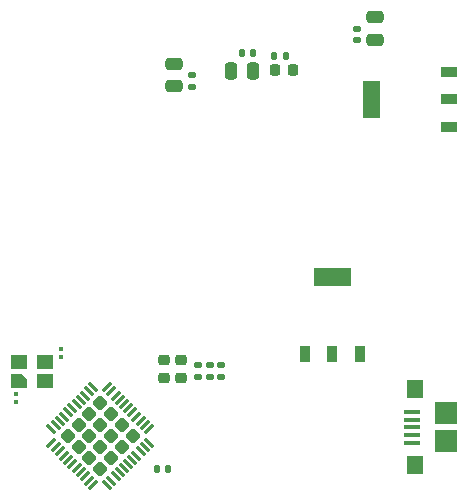
<source format=gbr>
G04 #@! TF.GenerationSoftware,KiCad,Pcbnew,8.0.7*
G04 #@! TF.CreationDate,2025-01-18T00:35:04-05:00*
G04 #@! TF.ProjectId,Mouse,4d6f7573-652e-46b6-9963-61645f706362,rev?*
G04 #@! TF.SameCoordinates,Original*
G04 #@! TF.FileFunction,Paste,Top*
G04 #@! TF.FilePolarity,Positive*
%FSLAX46Y46*%
G04 Gerber Fmt 4.6, Leading zero omitted, Abs format (unit mm)*
G04 Created by KiCad (PCBNEW 8.0.7) date 2025-01-18 00:35:04*
%MOMM*%
%LPD*%
G01*
G04 APERTURE LIST*
G04 Aperture macros list*
%AMRoundRect*
0 Rectangle with rounded corners*
0 $1 Rounding radius*
0 $2 $3 $4 $5 $6 $7 $8 $9 X,Y pos of 4 corners*
0 Add a 4 corners polygon primitive as box body*
4,1,4,$2,$3,$4,$5,$6,$7,$8,$9,$2,$3,0*
0 Add four circle primitives for the rounded corners*
1,1,$1+$1,$2,$3*
1,1,$1+$1,$4,$5*
1,1,$1+$1,$6,$7*
1,1,$1+$1,$8,$9*
0 Add four rect primitives between the rounded corners*
20,1,$1+$1,$2,$3,$4,$5,0*
20,1,$1+$1,$4,$5,$6,$7,0*
20,1,$1+$1,$6,$7,$8,$9,0*
20,1,$1+$1,$8,$9,$2,$3,0*%
%AMOutline5P*
0 Free polygon, 5 corners , with rotation*
0 The origin of the aperture is its center*
0 number of corners: always 5*
0 $1 to $10 corner X, Y*
0 $11 Rotation angle, in degrees counterclockwise*
0 create outline with 5 corners*
4,1,5,$1,$2,$3,$4,$5,$6,$7,$8,$9,$10,$1,$2,$11*%
%AMOutline6P*
0 Free polygon, 6 corners , with rotation*
0 The origin of the aperture is its center*
0 number of corners: always 6*
0 $1 to $12 corner X, Y*
0 $13 Rotation angle, in degrees counterclockwise*
0 create outline with 6 corners*
4,1,6,$1,$2,$3,$4,$5,$6,$7,$8,$9,$10,$11,$12,$1,$2,$13*%
%AMOutline7P*
0 Free polygon, 7 corners , with rotation*
0 The origin of the aperture is its center*
0 number of corners: always 7*
0 $1 to $14 corner X, Y*
0 $15 Rotation angle, in degrees counterclockwise*
0 create outline with 7 corners*
4,1,7,$1,$2,$3,$4,$5,$6,$7,$8,$9,$10,$11,$12,$13,$14,$1,$2,$15*%
%AMOutline8P*
0 Free polygon, 8 corners , with rotation*
0 The origin of the aperture is its center*
0 number of corners: always 8*
0 $1 to $16 corner X, Y*
0 $17 Rotation angle, in degrees counterclockwise*
0 create outline with 8 corners*
4,1,8,$1,$2,$3,$4,$5,$6,$7,$8,$9,$10,$11,$12,$13,$14,$15,$16,$1,$2,$17*%
G04 Aperture macros list end*
%ADD10C,0.000000*%
%ADD11R,1.346200X0.406400*%
%ADD12R,1.397000X1.600200*%
%ADD13R,1.905000X1.905000*%
%ADD14Outline5P,-0.700000X0.600000X0.220000X0.600000X0.700000X0.120000X0.700000X-0.600000X-0.700000X-0.600000X0.000000*%
%ADD15R,1.400000X1.200000*%
%ADD16R,0.889000X1.473200*%
%ADD17R,1.473200X0.889000*%
%ADD18RoundRect,0.250000X0.000000X0.388909X-0.388909X0.000000X0.000000X-0.388909X0.388909X0.000000X0*%
%ADD19RoundRect,0.062500X0.291682X0.380070X-0.380070X-0.291682X-0.291682X-0.380070X0.380070X0.291682X0*%
%ADD20RoundRect,0.062500X-0.291682X0.380070X-0.380070X0.291682X0.291682X-0.380070X0.380070X-0.291682X0*%
%ADD21RoundRect,0.225000X-0.225000X-0.250000X0.225000X-0.250000X0.225000X0.250000X-0.225000X0.250000X0*%
%ADD22RoundRect,0.140000X-0.140000X-0.170000X0.140000X-0.170000X0.140000X0.170000X-0.140000X0.170000X0*%
%ADD23RoundRect,0.140000X0.140000X0.170000X-0.140000X0.170000X-0.140000X-0.170000X0.140000X-0.170000X0*%
%ADD24RoundRect,0.250000X0.250000X0.475000X-0.250000X0.475000X-0.250000X-0.475000X0.250000X-0.475000X0*%
%ADD25RoundRect,0.250000X0.475000X-0.250000X0.475000X0.250000X-0.475000X0.250000X-0.475000X-0.250000X0*%
%ADD26RoundRect,0.140000X0.170000X-0.140000X0.170000X0.140000X-0.170000X0.140000X-0.170000X-0.140000X0*%
%ADD27RoundRect,0.225000X0.250000X-0.225000X0.250000X0.225000X-0.250000X0.225000X-0.250000X-0.225000X0*%
%ADD28RoundRect,0.079500X0.100500X-0.079500X0.100500X0.079500X-0.100500X0.079500X-0.100500X-0.079500X0*%
%ADD29RoundRect,0.079500X-0.100500X0.079500X-0.100500X-0.079500X0.100500X-0.079500X0.100500X0.079500X0*%
G04 APERTURE END LIST*
D10*
G36*
X205474800Y-78767600D02*
G01*
X202325200Y-78767600D01*
X202325200Y-77294400D01*
X205474800Y-77294400D01*
X205474800Y-78767600D01*
G37*
G36*
X207967600Y-64574800D02*
G01*
X206494400Y-64574800D01*
X206494400Y-61425200D01*
X207967600Y-61425200D01*
X207967600Y-64574800D01*
G37*
D11*
X210642901Y-92050000D03*
X210642901Y-91399999D03*
X210642901Y-90750000D03*
X210642901Y-90100001D03*
X210642901Y-89450000D03*
D12*
X210867902Y-93950001D03*
X210867902Y-87549999D03*
D13*
X213517901Y-91950000D03*
X213517901Y-89550000D03*
D14*
X177400000Y-86850000D03*
D15*
X179600000Y-86850000D03*
X179600000Y-85250000D03*
X177400000Y-85250000D03*
D16*
X201600000Y-84569000D03*
X203900000Y-84569000D03*
X206200000Y-84569000D03*
D17*
X213769000Y-65300000D03*
X213769000Y-63000000D03*
X213769000Y-60700000D03*
D18*
X187000000Y-91500000D03*
X186080762Y-90580761D03*
X185161523Y-89661522D03*
X184242284Y-88742284D03*
X186080762Y-92419239D03*
X185161523Y-91500000D03*
X184242284Y-90580761D03*
X183323045Y-89661522D03*
X185161523Y-93338478D03*
X184242284Y-92419239D03*
X183323045Y-91500000D03*
X182403806Y-90580761D03*
X184242284Y-94257716D03*
X183323045Y-93338478D03*
X182403806Y-92419239D03*
X181484568Y-91500000D03*
D19*
X188370020Y-90907798D03*
X188016466Y-90554245D03*
X187662913Y-90200691D03*
X187309360Y-89847138D03*
X186955806Y-89493585D03*
X186602253Y-89140031D03*
X186248699Y-88786478D03*
X185895146Y-88432924D03*
X185541593Y-88079371D03*
X185188039Y-87725818D03*
X184834486Y-87372264D03*
D20*
X183650082Y-87372264D03*
X183296529Y-87725818D03*
X182942975Y-88079371D03*
X182589422Y-88432924D03*
X182235869Y-88786478D03*
X181882315Y-89140031D03*
X181528762Y-89493585D03*
X181175208Y-89847138D03*
X180821655Y-90200691D03*
X180468102Y-90554245D03*
X180114548Y-90907798D03*
D19*
X180114548Y-92092202D03*
X180468102Y-92445755D03*
X180821655Y-92799309D03*
X181175208Y-93152862D03*
X181528762Y-93506415D03*
X181882315Y-93859969D03*
X182235869Y-94213522D03*
X182589422Y-94567076D03*
X182942975Y-94920629D03*
X183296529Y-95274182D03*
X183650082Y-95627736D03*
D20*
X184834486Y-95627736D03*
X185188039Y-95274182D03*
X185541593Y-94920629D03*
X185895146Y-94567076D03*
X186248699Y-94213522D03*
X186602253Y-93859969D03*
X186955806Y-93506415D03*
X187309360Y-93152862D03*
X187662913Y-92799309D03*
X188016466Y-92445755D03*
X188370020Y-92092202D03*
D21*
X199000000Y-60500000D03*
X200550000Y-60500000D03*
D22*
X198995000Y-59300000D03*
X199955000Y-59300000D03*
D23*
X196220000Y-59100000D03*
X197180000Y-59100000D03*
D24*
X195300000Y-60600000D03*
X197200000Y-60600000D03*
D25*
X190500000Y-61900000D03*
X190500000Y-60000000D03*
D26*
X192000000Y-61930000D03*
X192000000Y-60970000D03*
X206000000Y-57980000D03*
X206000000Y-57020000D03*
D25*
X207500000Y-57950000D03*
X207500000Y-56050000D03*
D27*
X189600000Y-85025000D03*
X189600000Y-86575000D03*
D22*
X189020000Y-94250000D03*
X189980000Y-94250000D03*
D26*
X192500000Y-86480000D03*
X192500000Y-85520000D03*
D28*
X180900000Y-84155000D03*
X180900000Y-84845000D03*
D26*
X193500000Y-85520000D03*
X193500000Y-86480000D03*
X194500000Y-85520000D03*
X194500000Y-86480000D03*
D29*
X177100000Y-87905000D03*
X177100000Y-88595000D03*
D27*
X191100000Y-86575000D03*
X191100000Y-85025000D03*
M02*

</source>
